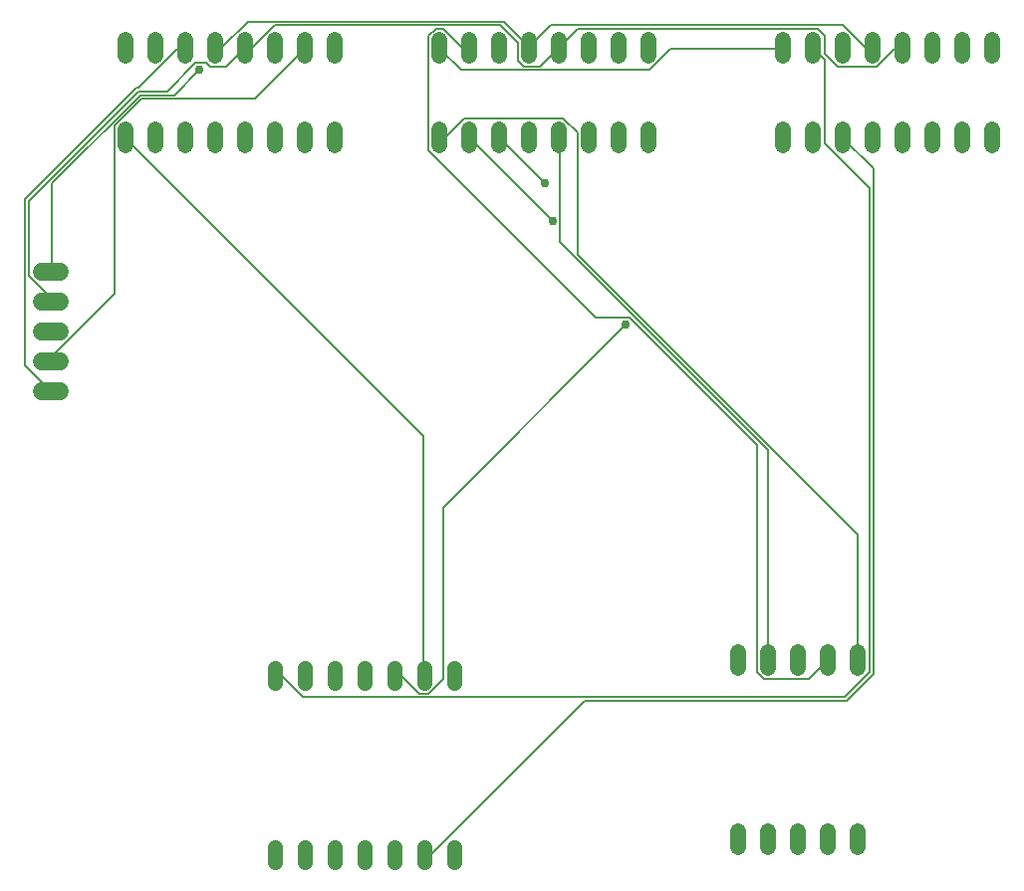
<source format=gbr>
G04 EAGLE Gerber RS-274X export*
G75*
%MOMM*%
%FSLAX34Y34*%
%LPD*%
%INBottom Copper*%
%IPPOS*%
%AMOC8*
5,1,8,0,0,1.08239X$1,22.5*%
G01*
%ADD10C,1.320800*%
%ADD11C,1.524000*%
%ADD12C,1.308000*%
%ADD13C,0.152400*%
%ADD14C,0.756400*%


D10*
X635000Y56896D02*
X635000Y70104D01*
X660400Y70104D02*
X660400Y56896D01*
X685800Y56896D02*
X685800Y70104D01*
X711200Y70104D02*
X711200Y56896D01*
X736600Y56896D02*
X736600Y70104D01*
X736600Y209296D02*
X736600Y222504D01*
X711200Y222504D02*
X711200Y209296D01*
X685800Y209296D02*
X685800Y222504D01*
X660400Y222504D02*
X660400Y209296D01*
X635000Y209296D02*
X635000Y222504D01*
X381000Y653796D02*
X381000Y667004D01*
X406400Y667004D02*
X406400Y653796D01*
X533400Y653796D02*
X533400Y667004D01*
X558800Y667004D02*
X558800Y653796D01*
X431800Y653796D02*
X431800Y667004D01*
X457200Y667004D02*
X457200Y653796D01*
X508000Y653796D02*
X508000Y667004D01*
X482600Y667004D02*
X482600Y653796D01*
X558800Y729996D02*
X558800Y743204D01*
X533400Y743204D02*
X533400Y729996D01*
X508000Y729996D02*
X508000Y743204D01*
X482600Y743204D02*
X482600Y729996D01*
X457200Y729996D02*
X457200Y743204D01*
X431800Y743204D02*
X431800Y729996D01*
X406400Y729996D02*
X406400Y743204D01*
X381000Y743204D02*
X381000Y729996D01*
X114300Y667004D02*
X114300Y653796D01*
X139700Y653796D02*
X139700Y667004D01*
X266700Y667004D02*
X266700Y653796D01*
X292100Y653796D02*
X292100Y667004D01*
X165100Y667004D02*
X165100Y653796D01*
X190500Y653796D02*
X190500Y667004D01*
X241300Y667004D02*
X241300Y653796D01*
X215900Y653796D02*
X215900Y667004D01*
X292100Y729996D02*
X292100Y743204D01*
X266700Y743204D02*
X266700Y729996D01*
X241300Y729996D02*
X241300Y743204D01*
X215900Y743204D02*
X215900Y729996D01*
X190500Y729996D02*
X190500Y743204D01*
X165100Y743204D02*
X165100Y729996D01*
X139700Y729996D02*
X139700Y743204D01*
X114300Y743204D02*
X114300Y729996D01*
X673100Y667004D02*
X673100Y653796D01*
X698500Y653796D02*
X698500Y667004D01*
X825500Y667004D02*
X825500Y653796D01*
X850900Y653796D02*
X850900Y667004D01*
X723900Y667004D02*
X723900Y653796D01*
X749300Y653796D02*
X749300Y667004D01*
X800100Y667004D02*
X800100Y653796D01*
X774700Y653796D02*
X774700Y667004D01*
X850900Y729996D02*
X850900Y743204D01*
X825500Y743204D02*
X825500Y729996D01*
X800100Y729996D02*
X800100Y743204D01*
X774700Y743204D02*
X774700Y729996D01*
X749300Y729996D02*
X749300Y743204D01*
X723900Y743204D02*
X723900Y729996D01*
X698500Y729996D02*
X698500Y743204D01*
X673100Y743204D02*
X673100Y729996D01*
D11*
X58420Y444500D02*
X43180Y444500D01*
X43180Y469900D02*
X58420Y469900D01*
X58420Y495300D02*
X43180Y495300D01*
X43180Y520700D02*
X58420Y520700D01*
X58420Y546100D02*
X43180Y546100D01*
D12*
X241300Y57340D02*
X241300Y44260D01*
X266700Y44260D02*
X266700Y57340D01*
X292100Y57340D02*
X292100Y44260D01*
X317500Y44260D02*
X317500Y57340D01*
X342900Y57340D02*
X342900Y44260D01*
X368300Y44260D02*
X368300Y57340D01*
X393700Y57340D02*
X393700Y44260D01*
X393700Y196660D02*
X393700Y209740D01*
X368300Y209740D02*
X368300Y196660D01*
X342900Y196660D02*
X342900Y209740D01*
X317500Y209740D02*
X317500Y196660D01*
X292100Y196660D02*
X292100Y209740D01*
X266700Y209740D02*
X266700Y196660D01*
X241300Y196660D02*
X241300Y209740D01*
D13*
X577596Y736092D02*
X672084Y736092D01*
X577596Y736092D02*
X559308Y717804D01*
X399288Y717804D01*
X381000Y736092D01*
X672084Y736092D02*
X673100Y736600D01*
X381000Y736092D02*
X381000Y736600D01*
X367284Y406908D02*
X367284Y204216D01*
X367284Y406908D02*
X114300Y659892D01*
X367284Y204216D02*
X368300Y203200D01*
X114300Y659892D02*
X114300Y660400D01*
X399288Y737616D02*
X405384Y737616D01*
X399288Y737616D02*
X384048Y752856D01*
X377952Y752856D01*
X371856Y746760D01*
X371856Y649224D01*
X513588Y507492D01*
X542544Y507492D01*
X650748Y399288D01*
X650748Y205740D01*
X656844Y199644D01*
X694944Y199644D01*
X711200Y215900D01*
X406400Y736600D02*
X405384Y737616D01*
X387096Y661416D02*
X381000Y661416D01*
X387096Y661416D02*
X402336Y676656D01*
X486156Y676656D01*
X498348Y664464D01*
X498348Y560832D01*
X736092Y323088D01*
X736092Y216408D01*
X381000Y660400D02*
X381000Y661416D01*
X736092Y216408D02*
X736600Y215900D01*
X477012Y589788D02*
X406400Y660400D01*
D14*
X477012Y589788D03*
D13*
X470916Y621792D02*
X432816Y659892D01*
X431800Y660400D01*
D14*
X470916Y621792D03*
D13*
X483108Y659892D02*
X483108Y571500D01*
X659892Y394716D01*
X659892Y216408D01*
X483108Y659892D02*
X482600Y660400D01*
X659892Y216408D02*
X660400Y215900D01*
X246888Y202692D02*
X242316Y202692D01*
X246888Y202692D02*
X265176Y184404D01*
X725424Y184404D01*
X746760Y205740D01*
X746760Y617220D01*
X708660Y655320D01*
X708660Y726948D01*
X699516Y736092D01*
X242316Y202692D02*
X241300Y203200D01*
X698500Y736600D02*
X699516Y736092D01*
X348996Y202692D02*
X342900Y202692D01*
X348996Y202692D02*
X364236Y187452D01*
X371856Y187452D01*
X384048Y199644D01*
X384048Y345948D01*
X539496Y501396D01*
X342900Y203200D02*
X342900Y202692D01*
D14*
X539496Y501396D03*
D13*
X374904Y51816D02*
X368808Y51816D01*
X374904Y51816D02*
X504444Y181356D01*
X726948Y181356D01*
X749808Y204216D01*
X749808Y633984D01*
X723900Y659892D01*
X368808Y51816D02*
X368300Y50800D01*
X723900Y659892D02*
X723900Y660400D01*
X196596Y737616D02*
X190500Y737616D01*
X196596Y737616D02*
X217932Y758952D01*
X435864Y758952D01*
X457200Y737616D01*
X190500Y737616D02*
X190500Y736600D01*
X742188Y737616D02*
X748284Y737616D01*
X742188Y737616D02*
X723900Y755904D01*
X475488Y755904D01*
X457200Y737616D01*
X748284Y737616D02*
X749300Y736600D01*
X457200Y736600D02*
X457200Y737616D01*
X51816Y621792D02*
X51816Y547116D01*
X51816Y621792D02*
X126492Y696468D01*
X155448Y696468D01*
X176784Y717804D01*
X51816Y547116D02*
X50800Y546100D01*
D14*
X176784Y717804D03*
D13*
X216408Y737616D02*
X222504Y737616D01*
X240792Y755904D01*
X432816Y755904D01*
X448056Y740664D01*
X448056Y725424D01*
X452628Y720852D01*
X466344Y720852D01*
X481584Y736092D01*
X216408Y737616D02*
X215900Y736600D01*
X481584Y736092D02*
X482600Y736600D01*
X768096Y736092D02*
X774192Y736092D01*
X768096Y736092D02*
X752856Y720852D01*
X719328Y720852D01*
X708660Y731520D01*
X708660Y746760D01*
X702564Y752856D01*
X498348Y752856D01*
X483108Y737616D01*
X774192Y736092D02*
X774700Y736600D01*
X483108Y737616D02*
X482600Y736600D01*
X50292Y524256D02*
X50292Y521208D01*
X50292Y524256D02*
X32004Y542544D01*
X32004Y606552D01*
X124968Y699516D01*
X149352Y699516D01*
X173736Y723900D01*
X182880Y723900D01*
X185928Y720852D01*
X199644Y720852D01*
X214884Y736092D01*
X50292Y521208D02*
X50800Y520700D01*
X214884Y736092D02*
X215900Y736600D01*
X51816Y473964D02*
X51816Y470916D01*
X51816Y473964D02*
X105156Y527304D01*
X105156Y670560D01*
X128016Y693420D01*
X224028Y693420D01*
X266700Y736092D01*
X51816Y470916D02*
X50800Y469900D01*
X266700Y736092D02*
X266700Y736600D01*
X164592Y736092D02*
X158496Y736092D01*
X124968Y702564D01*
X123444Y702564D01*
X28956Y608076D01*
X28956Y466344D01*
X50800Y444500D01*
X164592Y736092D02*
X165100Y736600D01*
M02*

</source>
